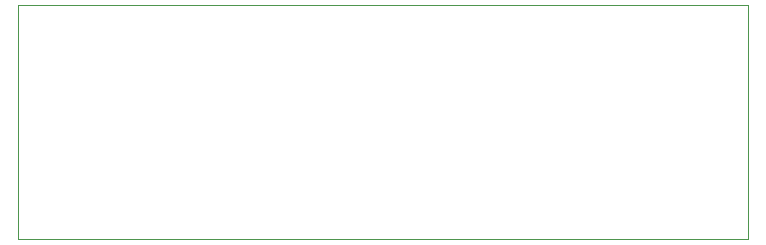
<source format=gbo>
G75*
%MOIN*%
%OFA0B0*%
%FSLAX24Y24*%
%IPPOS*%
%LPD*%
%AMOC8*
5,1,8,0,0,1.08239X$1,22.5*
%
%ADD10C,0.0000*%
D10*
X000357Y000554D02*
X000357Y008345D01*
X024668Y008345D01*
X024668Y000554D01*
X000357Y000554D01*
M02*

</source>
